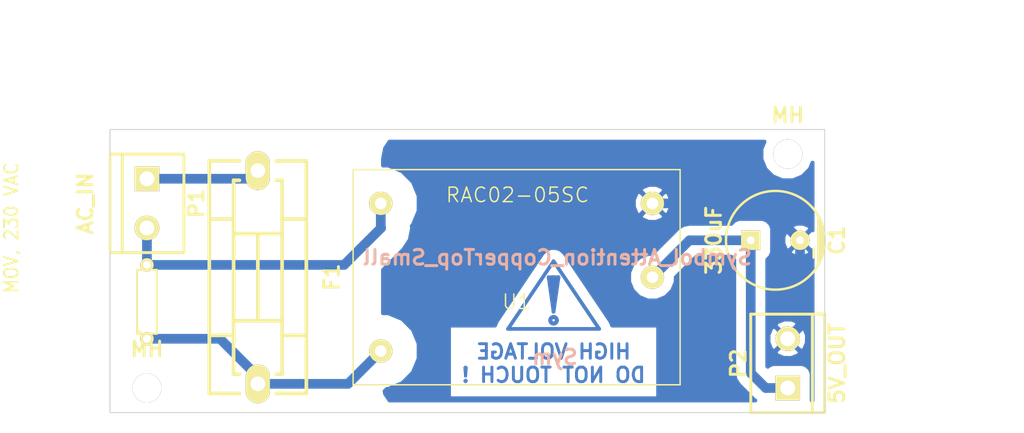
<source format=kicad_pcb>
(kicad_pcb (version 4) (host pcbnew "(2014-jul-16 BZR unknown)-product")

  (general
    (links 9)
    (no_connects 0)
    (area 72.339999 68.529999 146.100001 97.840001)
    (thickness 1.6)
    (drawings 7)
    (tracks 21)
    (zones 0)
    (modules 9)
    (nets 6)
  )

  (page A4)
  (layers
    (0 F.Cu signal)
    (31 B.Cu signal)
    (32 B.Adhes user)
    (33 F.Adhes user)
    (34 B.Paste user)
    (35 F.Paste user)
    (36 B.SilkS user)
    (37 F.SilkS user)
    (38 B.Mask user)
    (39 F.Mask user)
    (40 Dwgs.User user)
    (41 Cmts.User user)
    (42 Eco1.User user)
    (43 Eco2.User user)
    (44 Edge.Cuts user)
    (45 Margin user)
    (46 B.CrtYd user)
    (47 F.CrtYd user)
    (48 B.Fab user)
    (49 F.Fab user)
  )

  (setup
    (last_trace_width 1)
    (trace_clearance 0.5)
    (zone_clearance 1)
    (zone_45_only no)
    (trace_min 0.254)
    (segment_width 0.2)
    (edge_width 0.1)
    (via_size 1)
    (via_drill 0.6)
    (via_min_size 1)
    (via_min_drill 0.6)
    (uvia_size 0.6)
    (uvia_drill 0.3)
    (uvias_allowed no)
    (uvia_min_size 0.6)
    (uvia_min_drill 0.3)
    (pcb_text_width 0.3)
    (pcb_text_size 1.5 1.5)
    (mod_edge_width 0.15)
    (mod_text_size 1 1)
    (mod_text_width 0.15)
    (pad_size 1.5 1.5)
    (pad_drill 0.6)
    (pad_to_mask_clearance 0)
    (aux_axis_origin 0 0)
    (visible_elements FFFFFF7F)
    (pcbplotparams
      (layerselection 0x00030_80000001)
      (usegerberextensions false)
      (excludeedgelayer true)
      (linewidth 0.100000)
      (plotframeref false)
      (viasonmask false)
      (mode 1)
      (useauxorigin false)
      (hpglpennumber 1)
      (hpglpenspeed 20)
      (hpglpendiameter 15)
      (hpglpenoverlay 2)
      (psnegative false)
      (psa4output false)
      (plotreference true)
      (plotvalue true)
      (plotinvisibletext false)
      (padsonsilk false)
      (subtractmaskfromsilk false)
      (outputformat 1)
      (mirror false)
      (drillshape 1)
      (scaleselection 1)
      (outputdirectory ""))
  )

  (net 0 "")
  (net 1 "Net-(C1-Pad1)")
  (net 2 "Net-(C1-Pad2)")
  (net 3 "Net-(F1-Pad2)")
  (net 4 "Net-(F1-Pad1)")
  (net 5 "Net-(P1-Pad2)")

  (net_class Default "This is the default net class."
    (clearance 0.5)
    (trace_width 1)
    (via_dia 1)
    (via_drill 0.6)
    (uvia_dia 0.6)
    (uvia_drill 0.3)
    (add_net "Net-(C1-Pad1)")
    (add_net "Net-(C1-Pad2)")
  )

  (net_class HI_VOLT ""
    (clearance 2.5)
    (trace_width 1)
    (via_dia 1)
    (via_drill 0.6)
    (uvia_dia 0.6)
    (uvia_drill 0.3)
    (add_net "Net-(F1-Pad1)")
    (add_net "Net-(F1-Pad2)")
    (add_net "Net-(P1-Pad2)")
  )

  (module Recom:RAC0X-C (layer F.Cu) (tedit 5440EBCE) (tstamp 5440F656)
    (at 114.3 83.82)
    (path /5440E501)
    (fp_text reference U1 (at 0 2.54) (layer F.SilkS)
      (effects (font (size 1.5 1.5) (thickness 0.15)))
    )
    (fp_text value RAC02-05SC (at 0.0889 -8.4836) (layer F.SilkS)
      (effects (font (size 1.5 1.5) (thickness 0.15)))
    )
    (fp_line (start -22 16) (end -22 -16) (layer F.CrtYd) (width 0.15))
    (fp_line (start -22 -16) (end 22 -16) (layer F.CrtYd) (width 0.15))
    (fp_line (start 22 -16) (end 22 16) (layer F.CrtYd) (width 0.15))
    (fp_line (start 22 16) (end -22 16) (layer F.CrtYd) (width 0.15))
    (fp_line (start -16.85 -11.1) (end 16.85 -11.1) (layer F.SilkS) (width 0.15))
    (fp_line (start 16.85 -11.1) (end 16.85 11.1) (layer F.SilkS) (width 0.15))
    (fp_line (start 16.85 11.1) (end -16.85 11.1) (layer F.SilkS) (width 0.15))
    (fp_line (start -16.85 11.1) (end -16.85 -11.1) (layer F.SilkS) (width 0.15))
    (pad 1 thru_hole circle (at -14 -7.62) (size 2.4 2.4) (drill 1.2) (layers *.Cu *.Mask F.SilkS)
      (net 5 "Net-(P1-Pad2)"))
    (pad 2 thru_hole circle (at -14 7.62) (size 2.4 2.4) (drill 1.2) (layers *.Cu *.Mask F.SilkS)
      (net 3 "Net-(F1-Pad2)"))
    (pad 3 thru_hole circle (at 14 -7.62) (size 2.4 2.4) (drill 1.2) (layers *.Cu *.Mask F.SilkS)
      (net 2 "Net-(C1-Pad2)"))
    (pad 4 thru_hole circle (at 14 0) (size 2.4 2.4) (drill 1.2) (layers *.Cu *.Mask F.SilkS)
      (net 1 "Net-(C1-Pad1)"))
  )

  (module Connect:bornier2 (layer F.Cu) (tedit 5440F08E) (tstamp 5440F0E6)
    (at 142.24 92.71 90)
    (descr "Bornier d'alimentation 2 pins")
    (tags DEV)
    (path /5440E67B)
    (fp_text reference P2 (at 0 -5.08 90) (layer F.SilkS)
      (effects (font (thickness 0.3048)))
    )
    (fp_text value 5V_OUT (at 0 5.08 90) (layer F.SilkS)
      (effects (font (thickness 0.3048)))
    )
    (fp_line (start 5.08 2.54) (end -5.08 2.54) (layer F.SilkS) (width 0.3048))
    (fp_line (start 5.08 3.81) (end 5.08 -3.81) (layer F.SilkS) (width 0.3048))
    (fp_line (start 5.08 -3.81) (end -5.08 -3.81) (layer F.SilkS) (width 0.3048))
    (fp_line (start -5.08 -3.81) (end -5.08 3.81) (layer F.SilkS) (width 0.3048))
    (fp_line (start -5.08 3.81) (end 5.08 3.81) (layer F.SilkS) (width 0.3048))
    (pad 1 thru_hole rect (at -2.54 0 90) (size 2.54 2.54) (drill 1.524) (layers *.Cu *.Mask F.SilkS)
      (net 1 "Net-(C1-Pad1)"))
    (pad 2 thru_hole circle (at 2.54 0 90) (size 2.54 2.54) (drill 1.524) (layers *.Cu *.Mask F.SilkS)
      (net 2 "Net-(C1-Pad2)"))
    (model Device/bornier_2.wrl
      (at (xyz 0 0 0))
      (scale (xyz 1 1 1))
      (rotate (xyz 0 0 0))
    )
  )

  (module Capacitors_ThroughHole:Capacitor10x13RM5 (layer F.Cu) (tedit 5440F08E) (tstamp 5440F0B7)
    (at 140.97 80.01 270)
    (descr "Capacitor, pol, cyl 10x13mm")
    (path /5440EB50)
    (fp_text reference C1 (at 0 -6.35 270) (layer F.SilkS)
      (effects (font (thickness 0.3048)))
    )
    (fp_text value 330uF (at 0 6.35 270) (layer F.SilkS)
      (effects (font (thickness 0.3048)))
    )
    (fp_line (start -2.413 -4.445) (end 2.413 -4.445) (layer F.SilkS) (width 0.254))
    (fp_line (start 1.143 -4.826) (end -1.143 -4.826) (layer F.SilkS) (width 0.254))
    (fp_circle (center 0 0) (end 5.08 0.381) (layer F.SilkS) (width 0.254))
    (fp_line (start 2.032 -4.445) (end -2.032 -4.445) (layer F.SilkS) (width 0.254))
    (fp_line (start -2.032 -4.445) (end -1.651 -4.572) (layer F.SilkS) (width 0.254))
    (fp_line (start -1.651 -4.572) (end 1.651 -4.572) (layer F.SilkS) (width 0.254))
    (fp_line (start 1.651 -4.572) (end 2.032 -4.445) (layer F.SilkS) (width 0.254))
    (fp_line (start 0.889 -3.937) (end 1.778 -3.937) (layer F.SilkS) (width 0.254))
    (fp_line (start 1.016 -4.953) (end -1.016 -4.953) (layer F.SilkS) (width 0.254))
    (fp_line (start -1.016 -4.826) (end 1.016 -4.826) (layer F.SilkS) (width 0.254))
    (fp_line (start -1.524 -4.699) (end 1.524 -4.699) (layer F.SilkS) (width 0.254))
    (pad 1 thru_hole rect (at 0 2.54 270) (size 1.99898 1.99898) (drill 0.8001) (layers *.Cu *.Mask F.SilkS)
      (net 1 "Net-(C1-Pad1)"))
    (pad 2 thru_hole circle (at 0 -2.54 270) (size 1.99898 1.99898) (drill 0.8001) (layers *.Cu *.Mask F.SilkS)
      (net 2 "Net-(C1-Pad2)"))
    (model discret/Capacitor/cp_10x13mm.wrl
      (at (xyz 0 0 0))
      (scale (xyz 1 1 1))
      (rotate (xyz 0 0 0))
    )
  )

  (module Fuse_Holders_and_Fuses:Fuseholder5x20_horiz_SemiClosed_Casing10x25mm (layer F.Cu) (tedit 5440F08E) (tstamp 5440F3CC)
    (at 87.63 83.82 270)
    (descr "Fuseholder, 5x20, Semi closed, horizontal, Casing 10x25mm,")
    (tags "Fuseholder, 5x20, Semi closed, horizontal, Casing 10x25mm, Sicherungshalter, halbgeschlossen,")
    (path /5440E7DD)
    (fp_text reference F1 (at 0 -7.62 270) (layer F.SilkS)
      (effects (font (thickness 0.3048)))
    )
    (fp_text value "1A, SLOW BLOW" (at 1.27 7.62 270) (layer F.SilkS) hide
      (effects (font (thickness 0.3048)))
    )
    (fp_line (start -5.99948 -2.49936) (end -5.99948 -5.00126) (layer F.SilkS) (width 0.381))
    (fp_line (start -5.99948 5.00126) (end -5.99948 2.49936) (layer F.SilkS) (width 0.381))
    (fp_line (start 5.99948 5.00126) (end 5.99948 2.49936) (layer F.SilkS) (width 0.381))
    (fp_line (start 5.99948 -5.00126) (end 5.99948 -2.49936) (layer F.SilkS) (width 0.381))
    (fp_line (start -4.50088 0) (end 4.50088 0) (layer F.SilkS) (width 0.381))
    (fp_line (start -4.50088 -2.49936) (end -4.50088 2.49936) (layer F.SilkS) (width 0.381))
    (fp_line (start 4.50088 -2.49936) (end 4.50088 2.49936) (layer F.SilkS) (width 0.381))
    (fp_line (start 9.99998 -1.89992) (end 9.99998 -2.49936) (layer F.SilkS) (width 0.381))
    (fp_line (start -9.99998 1.89992) (end -9.99998 2.49936) (layer F.SilkS) (width 0.381))
    (fp_line (start -9.99998 2.49936) (end 9.99998 2.49936) (layer F.SilkS) (width 0.381))
    (fp_line (start 9.99998 2.49936) (end 9.99998 1.89992) (layer F.SilkS) (width 0.381))
    (fp_line (start 9.99998 -2.49936) (end -9.99998 -2.49936) (layer F.SilkS) (width 0.381))
    (fp_line (start -9.99998 -2.49936) (end -9.99998 -1.89992) (layer F.SilkS) (width 0.381))
    (fp_line (start 11.99896 -1.89992) (end 11.99896 -5.00126) (layer F.SilkS) (width 0.381))
    (fp_line (start -11.99896 1.89992) (end -11.99896 5.00126) (layer F.SilkS) (width 0.381))
    (fp_line (start -11.99896 5.00126) (end 11.99896 5.00126) (layer F.SilkS) (width 0.381))
    (fp_line (start 11.99896 5.00126) (end 11.99896 1.89992) (layer F.SilkS) (width 0.381))
    (fp_line (start 11.99896 -5.00126) (end -11.99896 -5.00126) (layer F.SilkS) (width 0.381))
    (fp_line (start -11.99896 -5.00126) (end -11.99896 -1.89992) (layer F.SilkS) (width 0.381))
    (pad 2 thru_hole oval (at 11.00074 0 180) (size 2.49936 4.0005) (drill 1.50114) (layers *.Cu *.Mask F.SilkS)
      (net 3 "Net-(F1-Pad2)"))
    (pad 1 thru_hole oval (at -11.00074 0 180) (size 2.49936 4.0005) (drill 1.50114) (layers *.Cu *.Mask F.SilkS)
      (net 4 "Net-(F1-Pad1)"))
  )

  (module Connect:bornier2 (layer F.Cu) (tedit 5440F08E) (tstamp 5440F0DB)
    (at 76.2 76.2 270)
    (descr "Bornier d'alimentation 2 pins")
    (tags DEV)
    (path /5440E652)
    (fp_text reference P1 (at 0 -5.08 270) (layer F.SilkS)
      (effects (font (thickness 0.3048)))
    )
    (fp_text value AC_IN (at 0 6.35 270) (layer F.SilkS)
      (effects (font (thickness 0.3048)))
    )
    (fp_line (start 5.08 2.54) (end -5.08 2.54) (layer F.SilkS) (width 0.3048))
    (fp_line (start 5.08 3.81) (end 5.08 -3.81) (layer F.SilkS) (width 0.3048))
    (fp_line (start 5.08 -3.81) (end -5.08 -3.81) (layer F.SilkS) (width 0.3048))
    (fp_line (start -5.08 -3.81) (end -5.08 3.81) (layer F.SilkS) (width 0.3048))
    (fp_line (start -5.08 3.81) (end 5.08 3.81) (layer F.SilkS) (width 0.3048))
    (pad 1 thru_hole rect (at -2.54 0 270) (size 2.54 2.54) (drill 1.524) (layers *.Cu *.Mask F.SilkS)
      (net 4 "Net-(F1-Pad1)"))
    (pad 2 thru_hole circle (at 2.54 0 270) (size 2.54 2.54) (drill 1.524) (layers *.Cu *.Mask F.SilkS)
      (net 5 "Net-(P1-Pad2)"))
    (model Device/bornier_2.wrl
      (at (xyz 0 0 0))
      (scale (xyz 1 1 1))
      (rotate (xyz 0 0 0))
    )
  )

  (module Discret:R3 (layer F.Cu) (tedit 5440F08E) (tstamp 5440F104)
    (at 76.2 86.36 90)
    (descr "Resitance 3 pas")
    (tags R)
    (path /5440E7A0)
    (autoplace_cost180 10)
    (fp_text reference VR1 (at 0 0.127 90) (layer F.SilkS) hide
      (effects (font (size 1.397 1.27) (thickness 0.2032)))
    )
    (fp_text value "MOV, 230 VAC" (at 7.62 -13.97 90) (layer F.SilkS)
      (effects (font (size 1.397 1.27) (thickness 0.2032)))
    )
    (fp_line (start -3.81 0) (end -3.302 0) (layer F.SilkS) (width 0.2032))
    (fp_line (start 3.81 0) (end 3.302 0) (layer F.SilkS) (width 0.2032))
    (fp_line (start 3.302 0) (end 3.302 -1.016) (layer F.SilkS) (width 0.2032))
    (fp_line (start 3.302 -1.016) (end -3.302 -1.016) (layer F.SilkS) (width 0.2032))
    (fp_line (start -3.302 -1.016) (end -3.302 1.016) (layer F.SilkS) (width 0.2032))
    (fp_line (start -3.302 1.016) (end 3.302 1.016) (layer F.SilkS) (width 0.2032))
    (fp_line (start 3.302 1.016) (end 3.302 0) (layer F.SilkS) (width 0.2032))
    (fp_line (start -3.302 -0.508) (end -2.794 -1.016) (layer F.SilkS) (width 0.2032))
    (pad 1 thru_hole circle (at -3.81 0 90) (size 1.397 1.397) (drill 0.8128) (layers *.Cu *.Mask F.SilkS)
      (net 3 "Net-(F1-Pad2)"))
    (pad 2 thru_hole circle (at 3.81 0 90) (size 1.397 1.397) (drill 0.8128) (layers *.Cu *.Mask F.SilkS)
      (net 5 "Net-(P1-Pad2)"))
    (model discret/resistor.wrl
      (at (xyz 0 0 0))
      (scale (xyz 0.3 0.3 0.3))
      (rotate (xyz 0 0 0))
    )
  )

  (module Mounting_Holes:MountingHole_3mm (layer F.Cu) (tedit 5440F201) (tstamp 5440F2C6)
    (at 76.2 95.25)
    (descr "Mounting hole, Befestigungsbohrung, 3mm, No Annular, Kein Restring,")
    (tags "Mounting hole, Befestigungsbohrung, 3mm, No Annular, Kein Restring,")
    (fp_text reference MH (at 0 -4.0005) (layer F.SilkS)
      (effects (font (thickness 0.3048)))
    )
    (fp_text value MountingHole_3mm_RevA_Date21Jun2010 (at 1.00076 5.00126) (layer F.SilkS) hide
      (effects (font (thickness 0.3048)))
    )
    (fp_circle (center 0 0) (end 2.99974 0) (layer Cmts.User) (width 0.381))
    (pad 1 thru_hole circle (at 0 0) (size 2.99974 2.99974) (drill 2.99974) (layers))
  )

  (module Mounting_Holes:MountingHole_3mm (layer F.Cu) (tedit 5440F207) (tstamp 5440F2C7)
    (at 142.24 71.12)
    (descr "Mounting hole, Befestigungsbohrung, 3mm, No Annular, Kein Restring,")
    (tags "Mounting hole, Befestigungsbohrung, 3mm, No Annular, Kein Restring,")
    (fp_text reference MH (at 0 -4.0005) (layer F.SilkS)
      (effects (font (thickness 0.3048)))
    )
    (fp_text value MountingHole_3mm_RevA_Date21Jun2010 (at 1.00076 5.00126) (layer F.SilkS) hide
      (effects (font (thickness 0.3048)))
    )
    (fp_circle (center 0 0) (end 2.99974 0) (layer Cmts.User) (width 0.381))
    (pad 1 thru_hole circle (at 0 0) (size 2.99974 2.99974) (drill 2.99974) (layers))
  )

  (module Symbols:Symbol_Attention_CopperTop_Small (layer B.Cu) (tedit 5440F5FA) (tstamp 5440F5FA)
    (at 118.11 86.36 180)
    (descr "Symbol, Attention, Copper Top, Small,")
    (tags "Symbol, Attention, Copper Top, Small,")
    (fp_text reference Sym (at -0.127 -5.715 180) (layer B.SilkS)
      (effects (font (thickness 0.3048)) (justify mirror))
    )
    (fp_text value Symbol_Attention_CopperTop_Small (at -0.381 4.572 180) (layer B.SilkS)
      (effects (font (thickness 0.3048)) (justify mirror))
    )
    (fp_line (start 0 4.191) (end 4.699 -2.794) (layer B.Cu) (width 0.381))
    (fp_line (start 4.699 -2.794) (end -4.699 -2.794) (layer B.Cu) (width 0.381))
    (fp_line (start -4.699 -2.794) (end 0 4.191) (layer B.Cu) (width 0.381))
    (fp_circle (center 0 -1.905) (end 0 -2.032) (layer B.Cu) (width 0.381))
    (fp_circle (center 0 -1.905) (end 0.254 -2.159) (layer B.Cu) (width 0.381))
    (fp_line (start 0 -1.016) (end -0.127 2.54) (layer B.Cu) (width 0.381))
    (fp_line (start 0 -0.889) (end 0.127 2.54) (layer B.Cu) (width 0.381))
    (fp_line (start 0 2.54) (end 0.508 2.54) (layer B.Cu) (width 0.381))
    (fp_line (start 0.508 2.54) (end 0 -1.016) (layer B.Cu) (width 0.381))
    (fp_line (start 0 -1.016) (end -0.508 2.54) (layer B.Cu) (width 0.381))
    (fp_line (start -0.508 2.54) (end 0 2.54) (layer B.Cu) (width 0.381))
  )

  (gr_text "HIGH VOLTAGE\nDO NOT TOUCH !" (at 118.11 92.71) (layer B.Cu)
    (effects (font (size 1.5 1.5) (thickness 0.3)) (justify mirror))
  )
  (dimension 29.21 (width 0.3) (layer Cmts.User)
    (gr_text "29.210 mm" (at 163.91 83.185 270) (layer Cmts.User)
      (effects (font (size 1.5 1.5) (thickness 0.3)))
    )
    (feature1 (pts (xy 146.05 97.79) (xy 165.26 97.79)))
    (feature2 (pts (xy 146.05 68.58) (xy 165.26 68.58)))
    (crossbar (pts (xy 162.56 68.58) (xy 162.56 97.79)))
    (arrow1a (pts (xy 162.56 97.79) (xy 161.973579 96.663496)))
    (arrow1b (pts (xy 162.56 97.79) (xy 163.146421 96.663496)))
    (arrow2a (pts (xy 162.56 68.58) (xy 161.973579 69.706504)))
    (arrow2b (pts (xy 162.56 68.58) (xy 163.146421 69.706504)))
  )
  (dimension 73.66 (width 0.3) (layer Cmts.User)
    (gr_text "73.660 mm" (at 109.22 57.07) (layer Cmts.User)
      (effects (font (size 1.5 1.5) (thickness 0.3)))
    )
    (feature1 (pts (xy 146.05 68.58) (xy 146.05 55.72)))
    (feature2 (pts (xy 72.39 68.58) (xy 72.39 55.72)))
    (crossbar (pts (xy 72.39 58.42) (xy 146.05 58.42)))
    (arrow1a (pts (xy 146.05 58.42) (xy 144.923496 59.006421)))
    (arrow1b (pts (xy 146.05 58.42) (xy 144.923496 57.833579)))
    (arrow2a (pts (xy 72.39 58.42) (xy 73.516504 59.006421)))
    (arrow2b (pts (xy 72.39 58.42) (xy 73.516504 57.833579)))
  )
  (gr_line (start 146.05 97.79) (end 72.39 97.79) (layer Edge.Cuts) (width 0.1))
  (gr_line (start 146.05 68.58) (end 146.05 97.79) (layer Edge.Cuts) (width 0.1))
  (gr_line (start 72.39 68.58) (end 146.05 68.58) (layer Edge.Cuts) (width 0.1))
  (gr_line (start 72.39 97.79) (end 72.39 68.58) (layer Edge.Cuts) (width 0.1) (tstamp 5440F438))

  (segment (start 138.43 80.01) (end 132.11 80.01) (width 1) (layer B.Cu) (net 1))
  (segment (start 132.11 80.01) (end 128.3 83.82) (width 1) (layer B.Cu) (net 1))
  (segment (start 138.43 80.01) (end 138.43 93.71) (width 1) (layer B.Cu) (net 1))
  (segment (start 138.43 93.71) (end 139.97 95.25) (width 1) (layer B.Cu) (net 1))
  (segment (start 139.97 95.25) (end 142.24 95.25) (width 1) (layer B.Cu) (net 1))
  (segment (start 143.51 80.01) (end 143.509999 88.900001) (width 1) (layer B.Cu) (net 2))
  (segment (start 143.509999 88.900001) (end 142.24 90.17) (width 1) (layer B.Cu) (net 2))
  (segment (start 128.3 76.2) (end 139.7 76.2) (width 1) (layer B.Cu) (net 2))
  (segment (start 139.7 76.2) (end 143.51 80.01) (width 1) (layer B.Cu) (net 2))
  (segment (start 87.63 94.82074) (end 96.91926 94.82074) (width 1) (layer B.Cu) (net 3))
  (segment (start 96.91926 94.82074) (end 100.3 91.44) (width 1) (layer B.Cu) (net 3))
  (segment (start 76.2 90.17) (end 83.72983 90.17) (width 1) (layer B.Cu) (net 3))
  (segment (start 83.72983 90.17) (end 87.63 94.07017) (width 1) (layer B.Cu) (net 3))
  (segment (start 87.63 94.07017) (end 87.63 94.82074) (width 1) (layer B.Cu) (net 3))
  (segment (start 76.2 73.66) (end 86.78926 73.66) (width 1) (layer B.Cu) (net 4))
  (segment (start 86.78926 73.66) (end 87.63 72.81926) (width 1) (layer B.Cu) (net 4))
  (segment (start 100.33 78.74) (end 100.3 78.71) (width 1) (layer B.Cu) (net 5))
  (segment (start 100.3 78.71) (end 100.3 76.2) (width 1) (layer B.Cu) (net 5))
  (segment (start 96.52 82.55) (end 100.33 78.74) (width 1) (layer B.Cu) (net 5))
  (segment (start 76.2 82.55) (end 96.52 82.55) (width 1) (layer B.Cu) (net 5))
  (segment (start 76.2 78.74) (end 76.2 82.55) (width 1) (layer B.Cu) (net 5))

  (zone (net 2) (net_name "Net-(C1-Pad2)") (layer B.Cu) (tstamp 0) (hatch edge 0.508)
    (connect_pads (clearance 1))
    (min_thickness 0.4)
    (fill yes (arc_segments 16) (thermal_gap 0.508) (thermal_bridge_width 0.508) (smoothing fillet) (radius 3))
    (polygon
      (pts
        (xy 146.05 68.58) (xy 146.05 97.79) (xy 100.33 97.79) (xy 100.33 68.58)
      )
    )
    (filled_polygon
      (pts
        (xy 144.8 96.54) (xy 144.71 96.54) (xy 144.71 96.281305) (xy 144.71 93.741305) (xy 144.57703 93.420286)
        (xy 144.57703 81.153398) (xy 143.51 80.086368) (xy 143.433632 80.162736) (xy 143.433632 80.01) (xy 142.366602 78.94297)
        (xy 142.070486 79.030879) (xy 141.805369 79.656288) (xy 141.799767 80.335547) (xy 142.054532 80.965244) (xy 142.070486 80.989121)
        (xy 142.366602 81.07703) (xy 143.433632 80.01) (xy 143.433632 80.162736) (xy 142.44297 81.153398) (xy 142.530879 81.449514)
        (xy 143.156288 81.714631) (xy 143.835547 81.720233) (xy 144.465244 81.465468) (xy 144.489121 81.449514) (xy 144.57703 81.153398)
        (xy 144.57703 93.420286) (xy 144.527311 93.300254) (xy 144.22276 92.995703) (xy 144.22276 89.801289) (xy 143.930732 89.070586)
        (xy 143.902741 89.028695) (xy 143.578523 88.907844) (xy 143.502156 88.984211) (xy 143.502156 88.831477) (xy 143.381305 88.507259)
        (xy 142.658125 88.197069) (xy 141.871289 88.18724) (xy 141.140586 88.479268) (xy 141.098695 88.507259) (xy 140.977844 88.831477)
        (xy 142.24 90.093632) (xy 143.502156 88.831477) (xy 143.502156 88.984211) (xy 142.316368 90.17) (xy 143.578523 91.432156)
        (xy 143.902741 91.311305) (xy 144.212931 90.588125) (xy 144.22276 89.801289) (xy 144.22276 92.995703) (xy 144.189745 92.962689)
        (xy 143.748695 92.78) (xy 143.502156 92.78) (xy 143.502156 91.508523) (xy 142.24 90.246368) (xy 142.163632 90.322735)
        (xy 142.163632 90.17) (xy 140.901477 88.907844) (xy 140.577259 89.028695) (xy 140.267069 89.751875) (xy 140.25724 90.538711)
        (xy 140.549268 91.269414) (xy 140.577259 91.311305) (xy 140.901477 91.432156) (xy 142.163632 90.17) (xy 142.163632 90.322735)
        (xy 140.977844 91.508523) (xy 141.098695 91.832741) (xy 141.821875 92.142931) (xy 142.608711 92.15276) (xy 143.339414 91.860732)
        (xy 143.381305 91.832741) (xy 143.502156 91.508523) (xy 143.502156 92.78) (xy 143.271305 92.78) (xy 140.731305 92.78)
        (xy 140.290254 92.962689) (xy 140.188553 93.064389) (xy 140.13 93.005836) (xy 140.13 82.006036) (xy 140.446801 81.689235)
        (xy 140.62949 81.248185) (xy 140.62949 80.770795) (xy 140.62949 78.771815) (xy 140.446801 78.330764) (xy 140.109235 77.993199)
        (xy 139.668185 77.81051) (xy 139.190795 77.81051) (xy 137.191815 77.81051) (xy 136.750764 77.993199) (xy 136.433963 78.31)
        (xy 132.110005 78.31) (xy 132.11 78.309999) (xy 131.567374 78.417935) (xy 131.459438 78.439405) (xy 130.907918 78.807918)
        (xy 130.907915 78.807921) (xy 130.212241 79.503595) (xy 130.212241 75.842458) (xy 129.929855 75.137891) (xy 129.904979 75.100662)
        (xy 129.588034 74.988334) (xy 129.511666 75.064702) (xy 129.511666 74.911966) (xy 129.399338 74.595021) (xy 128.701457 74.296494)
        (xy 127.942458 74.287759) (xy 127.237891 74.570145) (xy 127.200662 74.595021) (xy 127.088334 74.911966) (xy 128.3 76.123632)
        (xy 129.511666 74.911966) (xy 129.511666 75.064702) (xy 128.376368 76.2) (xy 129.588034 77.411666) (xy 129.904979 77.299338)
        (xy 130.203506 76.601457) (xy 130.212241 75.842458) (xy 130.212241 79.503595) (xy 129.511666 80.20417) (xy 129.511666 77.488034)
        (xy 128.3 76.276368) (xy 128.223632 76.352736) (xy 128.223632 76.2) (xy 127.011966 74.988334) (xy 126.695021 75.100662)
        (xy 126.396494 75.798543) (xy 126.387759 76.557542) (xy 126.670145 77.262109) (xy 126.695021 77.299338) (xy 127.011966 77.411666)
        (xy 128.223632 76.2) (xy 128.223632 76.352736) (xy 127.088334 77.488034) (xy 127.200662 77.804979) (xy 127.898543 78.103506)
        (xy 128.657542 78.112241) (xy 129.362109 77.829855) (xy 129.399338 77.804979) (xy 129.511666 77.488034) (xy 129.511666 80.20417)
        (xy 128.295841 81.419995) (xy 127.824705 81.419584) (xy 126.942285 81.784192) (xy 126.266565 82.458734) (xy 125.900417 83.340516)
        (xy 125.899584 84.295295) (xy 126.264192 85.177715) (xy 126.938734 85.853435) (xy 127.820516 86.219583) (xy 128.775295 86.220416)
        (xy 129.657715 85.855808) (xy 130.333435 85.181266) (xy 130.699583 84.299484) (xy 130.699997 83.824165) (xy 132.814163 81.71)
        (xy 136.433963 81.71) (xy 136.73 82.006036) (xy 136.73 93.709994) (xy 136.729999 93.71) (xy 136.859405 94.360562)
        (xy 137.227918 94.912082) (xy 138.767915 96.452078) (xy 138.767918 96.452082) (xy 138.767919 96.452082) (xy 138.899496 96.54)
        (xy 128.888573 96.54) (xy 128.888573 96.31) (xy 128.888573 88.81) (xy 124.143318 88.81) (xy 124.11995 88.754081)
        (xy 124.093654 88.621879) (xy 124.016367 88.50621) (xy 123.962728 88.377855) (xy 119.263729 81.392855) (xy 119.074303 81.204615)
        (xy 118.886145 81.015272) (xy 118.88204 81.013556) (xy 118.878888 81.010424) (xy 118.631845 80.909002) (xy 118.385551 80.806077)
        (xy 118.381108 80.806063) (xy 118.376992 80.804373) (xy 118.109919 80.805211) (xy 117.843008 80.804374) (xy 117.838893 80.806063)
        (xy 117.834449 80.806077) (xy 117.58802 80.909057) (xy 117.341112 81.010424) (xy 117.337961 81.013555) (xy 117.333855 81.015271)
        (xy 117.145655 81.204655) (xy 116.956271 81.392855) (xy 112.257271 88.377855) (xy 112.203631 88.506213) (xy 112.126346 88.621879)
        (xy 112.100049 88.754081) (xy 112.076681 88.81) (xy 107.331428 88.81) (xy 107.331428 96.31) (xy 128.888573 96.31)
        (xy 128.888573 96.54) (xy 101.201109 96.54) (xy 100.746757 95.860014) (xy 100.690133 95.575349) (xy 100.924936 95.340547)
        (xy 101.072355 95.340676) (xy 102.506287 94.748187) (xy 103.604332 93.652057) (xy 104.199322 92.219161) (xy 104.200676 90.667645)
        (xy 103.608187 89.233713) (xy 102.512057 88.135668) (xy 101.079161 87.540678) (xy 100.53 87.540198) (xy 100.53 83.065483)
        (xy 102.592741 81.002741) (xy 102.592742 81.002741) (xy 103.286415 79.964587) (xy 103.53 78.74) (xy 103.530001 78.74)
        (xy 103.5 78.589179) (xy 103.5 78.589174) (xy 103.5 78.516207) (xy 103.604332 78.412057) (xy 104.199322 76.979161)
        (xy 104.200676 75.427645) (xy 103.608187 73.993713) (xy 102.512057 72.895668) (xy 101.079161 72.300678) (xy 100.53 72.300198)
        (xy 100.53 71.599698) (xy 100.746757 70.509986) (xy 101.201109 69.83) (xy 139.852278 69.83) (xy 139.540599 70.580607)
        (xy 139.539662 71.654681) (xy 139.949827 72.647356) (xy 140.708649 73.407504) (xy 141.700607 73.819401) (xy 142.774681 73.820338)
        (xy 143.767356 73.410173) (xy 144.527504 72.651351) (xy 144.8 71.995107) (xy 144.8 78.986492) (xy 144.653398 78.94297)
        (xy 144.57703 79.019338) (xy 144.57703 78.866602) (xy 144.489121 78.570486) (xy 143.863712 78.305369) (xy 143.184453 78.299767)
        (xy 142.554756 78.554532) (xy 142.530879 78.570486) (xy 142.44297 78.866602) (xy 143.51 79.933632) (xy 144.57703 78.866602)
        (xy 144.57703 79.019338) (xy 143.586368 80.01) (xy 144.653398 81.07703) (xy 144.8 81.033507) (xy 144.8 96.54)
      )
    )
  )
  (zone (net 0) (net_name "") (layer F.Cu) (tstamp 0) (hatch edge 0.508)
    (connect_pads (clearance 0.508))
    (min_thickness 0.254)
    (keepout (tracks not_allowed) (vias not_allowed) (copperpour allowed))
    (fill (arc_segments 16) (thermal_gap 0.508) (thermal_bridge_width 0.508))
    (polygon
      (pts
        (xy 97.79 73.025) (xy 130.81 73.025) (xy 130.81 94.615) (xy 97.79 94.615)
      )
    )
  )
)

</source>
